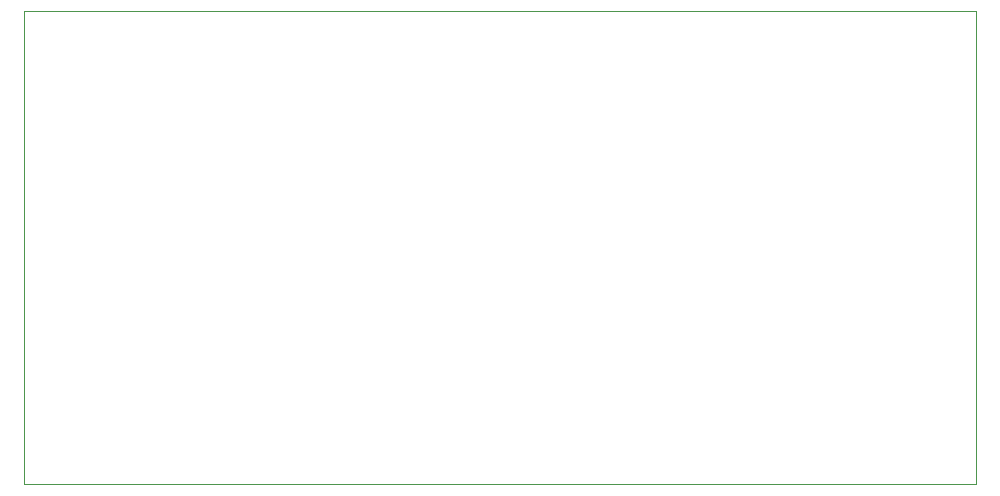
<source format=gbr>
G04 #@! TF.GenerationSoftware,KiCad,Pcbnew,(5.1.4)-1*
G04 #@! TF.CreationDate,2019-09-25T15:42:07+02:00*
G04 #@! TF.ProjectId,Display4x16segment,44697370-6c61-4793-9478-31367365676d,rev?*
G04 #@! TF.SameCoordinates,Original*
G04 #@! TF.FileFunction,Profile,NP*
%FSLAX46Y46*%
G04 Gerber Fmt 4.6, Leading zero omitted, Abs format (unit mm)*
G04 Created by KiCad (PCBNEW (5.1.4)-1) date 2019-09-25 15:42:07*
%MOMM*%
%LPD*%
G04 APERTURE LIST*
%ADD10C,0.050000*%
G04 APERTURE END LIST*
D10*
X150000000Y-140000000D02*
X150000000Y-100000000D01*
X230600000Y-140000000D02*
X150000000Y-140000000D01*
X230600000Y-100000000D02*
X230600000Y-140000000D01*
X150000000Y-100000000D02*
X230600000Y-100000000D01*
M02*

</source>
